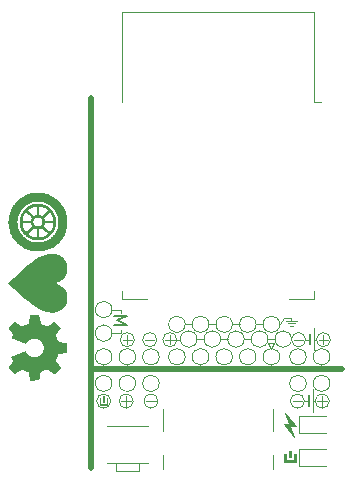
<source format=gbr>
%TF.GenerationSoftware,KiCad,Pcbnew,7.0.5*%
%TF.CreationDate,2023-07-30T18:51:37+03:00*%
%TF.ProjectId,models-heart,6d6f6465-6c73-42d6-9865-6172742e6b69,rev?*%
%TF.SameCoordinates,Original*%
%TF.FileFunction,Legend,Bot*%
%TF.FilePolarity,Positive*%
%FSLAX46Y46*%
G04 Gerber Fmt 4.6, Leading zero omitted, Abs format (unit mm)*
G04 Created by KiCad (PCBNEW 7.0.5) date 2023-07-30 18:51:37*
%MOMM*%
%LPD*%
G01*
G04 APERTURE LIST*
%ADD10C,0.100000*%
%ADD11C,0.000000*%
%ADD12C,0.500000*%
%ADD13C,0.150000*%
%ADD14C,0.120000*%
G04 APERTURE END LIST*
D10*
X71400000Y-53000000D02*
G75*
G03*
X71400000Y-53000000I-600000J0D01*
G01*
X88100000Y-53000000D02*
X87800000Y-53000000D01*
X71450000Y-45250000D02*
X72250000Y-45250000D01*
X77000000Y-47800000D02*
X77200000Y-47800000D01*
X87600000Y-53000000D02*
X86800000Y-53000000D01*
D11*
G36*
X65464305Y-46389302D02*
G01*
X65479373Y-46420444D01*
X65488651Y-46433870D01*
X65499349Y-46446188D01*
X65525778Y-46468461D01*
X65560205Y-46489191D01*
X65604175Y-46510305D01*
X65659232Y-46533732D01*
X65808789Y-46595231D01*
X65848954Y-46611395D01*
X65886569Y-46624369D01*
X65921803Y-46634305D01*
X65954821Y-46641350D01*
X65985791Y-46645657D01*
X66014878Y-46647373D01*
X66042249Y-46646650D01*
X66068072Y-46643637D01*
X66092511Y-46638484D01*
X66115734Y-46631341D01*
X66137907Y-46622357D01*
X66159197Y-46611683D01*
X66179770Y-46599469D01*
X66199793Y-46585864D01*
X66219433Y-46571018D01*
X66238855Y-46555081D01*
X66277714Y-46520535D01*
X66317703Y-46483423D01*
X66360153Y-46444946D01*
X66406397Y-46406301D01*
X66431358Y-46387291D01*
X66457767Y-46368689D01*
X66485791Y-46350644D01*
X66515595Y-46333307D01*
X66547347Y-46316828D01*
X66581213Y-46301356D01*
X66617360Y-46287041D01*
X66655954Y-46274034D01*
X67174626Y-46792094D01*
X67163506Y-46818680D01*
X67150989Y-46845316D01*
X67137215Y-46871973D01*
X67122327Y-46898620D01*
X67106466Y-46925226D01*
X67089775Y-46951761D01*
X67054467Y-47004498D01*
X66908374Y-47206541D01*
X66883589Y-47241672D01*
X66861154Y-47272432D01*
X66823658Y-47323752D01*
X66808760Y-47345770D01*
X66802308Y-47356187D01*
X66796536Y-47366330D01*
X66791452Y-47376292D01*
X66787067Y-47386162D01*
X66783392Y-47396033D01*
X66780435Y-47405994D01*
X66778208Y-47416138D01*
X66776721Y-47426555D01*
X66775983Y-47437336D01*
X66776005Y-47448572D01*
X66776797Y-47460355D01*
X66778369Y-47472775D01*
X66780731Y-47485924D01*
X66783893Y-47499892D01*
X66787866Y-47514772D01*
X66792659Y-47530652D01*
X66798283Y-47547626D01*
X66804748Y-47565783D01*
X66820241Y-47606014D01*
X66839218Y-47652073D01*
X66857420Y-47696439D01*
X66872344Y-47736480D01*
X66895462Y-47804738D01*
X66905204Y-47833533D01*
X66914770Y-47859155D01*
X66924933Y-47881893D01*
X66930481Y-47892271D01*
X66936469Y-47902036D01*
X66942994Y-47911225D01*
X66950153Y-47919872D01*
X66958042Y-47928016D01*
X66966759Y-47935690D01*
X66976400Y-47942932D01*
X66987062Y-47949777D01*
X66998843Y-47956262D01*
X67011839Y-47962423D01*
X67026146Y-47968295D01*
X67041862Y-47973915D01*
X67059084Y-47979318D01*
X67077909Y-47984541D01*
X67120752Y-47994591D01*
X67171168Y-48004353D01*
X67464650Y-48054432D01*
X67537312Y-48067761D01*
X67607339Y-48082062D01*
X67673558Y-48097658D01*
X67734792Y-48114873D01*
X67734792Y-48864332D01*
X67704871Y-48873161D01*
X67673558Y-48881540D01*
X67607339Y-48897089D01*
X67537312Y-48911261D01*
X67464650Y-48924341D01*
X67171168Y-48971398D01*
X67120752Y-48981198D01*
X67077909Y-48991358D01*
X67059084Y-48996659D01*
X67041862Y-49002155D01*
X67026146Y-49007880D01*
X67011839Y-49013868D01*
X66998843Y-49020155D01*
X66987062Y-49026775D01*
X66976400Y-49033763D01*
X66966759Y-49041154D01*
X66958042Y-49048982D01*
X66950153Y-49057283D01*
X66942994Y-49066091D01*
X66936469Y-49075441D01*
X66930481Y-49085368D01*
X66924933Y-49095907D01*
X66914770Y-49118957D01*
X66905204Y-49144871D01*
X66895462Y-49173927D01*
X66872344Y-49242576D01*
X66857420Y-49282727D01*
X66839218Y-49327132D01*
X66823791Y-49366151D01*
X66811150Y-49402395D01*
X66801184Y-49436062D01*
X66793780Y-49467352D01*
X66788828Y-49496464D01*
X66786216Y-49523598D01*
X66785833Y-49548951D01*
X66787567Y-49572725D01*
X66791307Y-49595117D01*
X66796941Y-49616327D01*
X66804358Y-49636555D01*
X66813447Y-49655999D01*
X66824095Y-49674858D01*
X66836193Y-49693333D01*
X66849627Y-49711622D01*
X66864287Y-49729923D01*
X66896839Y-49767364D01*
X66932957Y-49807248D01*
X66971750Y-49851169D01*
X67012325Y-49900721D01*
X67033003Y-49928107D01*
X67053792Y-49957498D01*
X67074581Y-49989093D01*
X67095258Y-50023093D01*
X67115713Y-50059695D01*
X67135834Y-50099099D01*
X67155509Y-50141505D01*
X67174626Y-50187111D01*
X66655954Y-50705171D01*
X66619736Y-50692800D01*
X66585549Y-50679098D01*
X66553258Y-50664211D01*
X66522727Y-50648285D01*
X66493819Y-50631466D01*
X66466398Y-50613901D01*
X66440328Y-50595734D01*
X66415474Y-50577113D01*
X66368865Y-50539091D01*
X66325483Y-50501002D01*
X66284238Y-50464017D01*
X66244042Y-50429304D01*
X66203805Y-50398031D01*
X66183331Y-50384049D01*
X66162439Y-50371366D01*
X66140992Y-50360128D01*
X66118854Y-50350479D01*
X66095889Y-50342568D01*
X66071962Y-50336539D01*
X66046935Y-50332539D01*
X66020673Y-50330713D01*
X65993039Y-50331209D01*
X65963898Y-50334171D01*
X65933113Y-50339747D01*
X65900549Y-50348081D01*
X65866069Y-50359321D01*
X65829536Y-50373612D01*
X65601321Y-50470317D01*
X65580547Y-50479868D01*
X65561595Y-50489783D01*
X65544365Y-50500120D01*
X65528754Y-50510939D01*
X65514659Y-50522299D01*
X65501980Y-50534260D01*
X65490614Y-50546881D01*
X65480459Y-50560222D01*
X65471414Y-50574342D01*
X65463375Y-50589300D01*
X65456242Y-50605157D01*
X65449913Y-50621971D01*
X65444285Y-50639802D01*
X65439257Y-50658709D01*
X65434726Y-50678752D01*
X65430591Y-50699990D01*
X65423101Y-50746290D01*
X65415970Y-50798084D01*
X65399525Y-50920057D01*
X65388580Y-50991188D01*
X65374733Y-51069715D01*
X65366466Y-51111900D01*
X65357167Y-51156114D01*
X65346736Y-51202414D01*
X65335069Y-51250860D01*
X64574350Y-51264675D01*
X64439495Y-50535938D01*
X64383323Y-50519441D01*
X64331957Y-50503039D01*
X64242440Y-50470904D01*
X64168545Y-50440297D01*
X64107869Y-50411981D01*
X64016575Y-50365282D01*
X63981154Y-50348425D01*
X63949350Y-50336917D01*
X63934054Y-50333406D01*
X63918761Y-50331519D01*
X63903173Y-50331351D01*
X63886988Y-50332997D01*
X63869906Y-50336553D01*
X63851628Y-50342115D01*
X63831853Y-50349777D01*
X63810281Y-50359636D01*
X63760546Y-50386324D01*
X63700023Y-50422943D01*
X63537006Y-50529030D01*
X63499584Y-50554731D01*
X63464554Y-50579865D01*
X63431063Y-50604189D01*
X63398261Y-50627462D01*
X63381852Y-50638627D01*
X63365297Y-50649439D01*
X63348488Y-50659866D01*
X63331320Y-50669878D01*
X63313685Y-50679445D01*
X63295479Y-50688536D01*
X63276593Y-50697121D01*
X63256922Y-50705171D01*
X62734792Y-50187111D01*
X62745344Y-50158893D01*
X62757451Y-50131197D01*
X62770965Y-50103976D01*
X62785741Y-50077185D01*
X62801632Y-50050779D01*
X62818489Y-50024711D01*
X62836168Y-49998937D01*
X62854519Y-49973411D01*
X62892657Y-49922921D01*
X62931726Y-49872875D01*
X62970552Y-49822911D01*
X63007960Y-49772663D01*
X63040893Y-49724854D01*
X63054467Y-49703754D01*
X63066223Y-49684350D01*
X63076244Y-49666515D01*
X63084614Y-49650120D01*
X63091414Y-49635035D01*
X63096729Y-49621131D01*
X63100640Y-49608279D01*
X63103231Y-49596351D01*
X63104586Y-49585217D01*
X63104786Y-49574748D01*
X63103914Y-49564816D01*
X63102055Y-49555291D01*
X63099289Y-49546044D01*
X63095702Y-49536946D01*
X63086391Y-49518683D01*
X63074786Y-49499468D01*
X63061550Y-49478270D01*
X63047346Y-49454057D01*
X63032839Y-49425796D01*
X63025679Y-49409825D01*
X63018691Y-49392456D01*
X63011959Y-49373559D01*
X63005566Y-49353005D01*
X62999595Y-49330665D01*
X62994128Y-49306410D01*
X64200906Y-48791804D01*
X64221906Y-48815858D01*
X64246209Y-48846955D01*
X64305937Y-48924772D01*
X64341970Y-48968740D01*
X64382522Y-49014246D01*
X64427896Y-49059913D01*
X64452486Y-49082377D01*
X64478395Y-49104366D01*
X64505662Y-49125708D01*
X64534325Y-49146229D01*
X64564421Y-49165759D01*
X64595988Y-49184126D01*
X64629065Y-49201157D01*
X64663689Y-49216680D01*
X64699899Y-49230524D01*
X64737732Y-49242516D01*
X64777226Y-49252484D01*
X64818420Y-49260256D01*
X64861351Y-49265661D01*
X64906057Y-49268527D01*
X64952577Y-49268680D01*
X65000948Y-49265950D01*
X65051208Y-49260164D01*
X65103395Y-49251150D01*
X65178462Y-49232450D01*
X65248708Y-49208320D01*
X65314138Y-49179116D01*
X65374753Y-49145197D01*
X65430556Y-49106920D01*
X65481550Y-49064641D01*
X65527737Y-49018718D01*
X65569120Y-48969509D01*
X65605701Y-48917371D01*
X65637483Y-48862660D01*
X65664468Y-48805735D01*
X65686658Y-48746952D01*
X65704058Y-48686670D01*
X65716668Y-48625245D01*
X65724491Y-48563034D01*
X65727531Y-48500395D01*
X65725789Y-48437686D01*
X65719268Y-48375262D01*
X65707970Y-48313483D01*
X65691899Y-48252705D01*
X65671056Y-48193285D01*
X65645445Y-48135581D01*
X65615067Y-48079949D01*
X65579925Y-48026748D01*
X65540022Y-47976335D01*
X65495361Y-47929067D01*
X65445943Y-47885300D01*
X65391772Y-47845394D01*
X65332849Y-47809704D01*
X65269178Y-47778588D01*
X65200761Y-47752404D01*
X65127600Y-47731508D01*
X65075127Y-47720563D01*
X65024653Y-47712873D01*
X64976131Y-47708272D01*
X64929512Y-47706597D01*
X64884749Y-47707681D01*
X64841796Y-47711360D01*
X64800604Y-47717469D01*
X64761126Y-47725842D01*
X64723314Y-47736315D01*
X64687121Y-47748722D01*
X64652500Y-47762899D01*
X64619403Y-47778680D01*
X64587782Y-47795901D01*
X64557590Y-47814395D01*
X64501303Y-47854548D01*
X64450163Y-47897816D01*
X64403789Y-47942881D01*
X64361801Y-47988421D01*
X64323820Y-48033116D01*
X64258358Y-48114690D01*
X64230117Y-48148928D01*
X64204364Y-48177040D01*
X62987213Y-47686610D01*
X62992984Y-47662002D01*
X62999225Y-47639258D01*
X63005857Y-47618256D01*
X63012802Y-47598877D01*
X63019983Y-47581001D01*
X63027321Y-47564507D01*
X63042160Y-47535185D01*
X63056694Y-47509952D01*
X63070302Y-47487845D01*
X63082360Y-47467903D01*
X63092244Y-47449166D01*
X63096177Y-47439948D01*
X63099333Y-47430671D01*
X63101634Y-47421215D01*
X63103003Y-47411458D01*
X63103361Y-47401282D01*
X63102630Y-47390565D01*
X63100734Y-47379189D01*
X63097593Y-47367032D01*
X63093130Y-47353974D01*
X63087268Y-47339896D01*
X63079927Y-47324677D01*
X63071031Y-47308197D01*
X63060502Y-47290336D01*
X63048261Y-47270973D01*
X63034231Y-47249989D01*
X63018333Y-47227264D01*
X62862732Y-47017450D01*
X62843236Y-46989493D01*
X62824439Y-46961353D01*
X62806554Y-46933093D01*
X62789794Y-46904772D01*
X62774370Y-46876450D01*
X62760497Y-46848190D01*
X62748386Y-46820051D01*
X62738251Y-46792094D01*
X63253465Y-46267126D01*
X63287748Y-46282618D01*
X63321878Y-46300396D01*
X63355867Y-46320157D01*
X63389724Y-46341598D01*
X63423460Y-46364414D01*
X63457084Y-46388304D01*
X63524039Y-46438086D01*
X63590669Y-46488516D01*
X63657056Y-46537165D01*
X63690184Y-46560063D01*
X63723282Y-46581605D01*
X63756359Y-46601487D01*
X63789426Y-46619407D01*
X63803303Y-46625714D01*
X63818304Y-46630444D01*
X63834359Y-46633677D01*
X63851396Y-46635495D01*
X63869346Y-46635981D01*
X63888136Y-46635214D01*
X63907696Y-46633278D01*
X63927955Y-46630254D01*
X63970286Y-46621266D01*
X64014562Y-46608904D01*
X64060216Y-46593820D01*
X64106680Y-46576667D01*
X64199771Y-46538764D01*
X64289296Y-46500415D01*
X64370717Y-46466842D01*
X64406970Y-46453479D01*
X64439495Y-46443267D01*
X64570892Y-45724891D01*
X65335069Y-45714529D01*
X65464305Y-46389302D01*
G37*
G36*
X66550643Y-40514837D02*
G01*
X66613936Y-40519663D01*
X66676321Y-40527611D01*
X66737719Y-40538601D01*
X66798051Y-40552557D01*
X66857237Y-40569398D01*
X66915199Y-40589048D01*
X66971858Y-40611427D01*
X67027133Y-40636456D01*
X67080947Y-40664059D01*
X67133219Y-40694156D01*
X67183872Y-40726668D01*
X67232825Y-40761518D01*
X67279999Y-40798626D01*
X67325316Y-40837915D01*
X67368696Y-40879307D01*
X67410060Y-40922722D01*
X67449329Y-40968082D01*
X67486424Y-41015309D01*
X67521265Y-41064324D01*
X67553774Y-41115050D01*
X67583871Y-41167407D01*
X67611478Y-41221317D01*
X67636514Y-41276702D01*
X67658902Y-41333483D01*
X67678561Y-41391582D01*
X67695413Y-41450921D01*
X67709378Y-41511420D01*
X67720378Y-41573003D01*
X67728333Y-41635590D01*
X67733164Y-41699102D01*
X67734792Y-41763462D01*
X67733880Y-41820852D01*
X67731144Y-41876497D01*
X67726584Y-41930452D01*
X67720198Y-41982774D01*
X67711986Y-42033516D01*
X67701947Y-42082736D01*
X67690081Y-42130489D01*
X67676387Y-42176830D01*
X67660865Y-42221815D01*
X67643514Y-42265500D01*
X67624332Y-42307941D01*
X67603321Y-42349193D01*
X67580478Y-42389311D01*
X67555804Y-42428352D01*
X67529297Y-42466371D01*
X67500957Y-42503423D01*
X67470784Y-42539565D01*
X67438777Y-42574852D01*
X67369256Y-42643084D01*
X67292392Y-42708563D01*
X67208178Y-42771735D01*
X67116609Y-42833046D01*
X67017681Y-42892940D01*
X66911387Y-42951862D01*
X66797724Y-43010259D01*
X66911387Y-43069225D01*
X67017681Y-43128576D01*
X67116609Y-43188776D01*
X67208178Y-43250293D01*
X67292392Y-43313590D01*
X67369256Y-43379133D01*
X67438777Y-43447388D01*
X67470784Y-43482678D01*
X67500957Y-43518820D01*
X67529297Y-43555873D01*
X67555804Y-43593895D01*
X67580478Y-43632944D01*
X67603321Y-43673078D01*
X67624332Y-43714355D01*
X67643514Y-43756834D01*
X67660865Y-43800573D01*
X67676387Y-43845629D01*
X67690081Y-43892062D01*
X67701947Y-43939929D01*
X67711986Y-43989289D01*
X67720198Y-44040199D01*
X67726584Y-44092717D01*
X67731144Y-44146903D01*
X67733880Y-44202814D01*
X67734792Y-44260509D01*
X67733164Y-44324555D01*
X67728333Y-44387773D01*
X67720378Y-44450085D01*
X67709378Y-44511410D01*
X67695413Y-44571671D01*
X67678561Y-44630787D01*
X67658902Y-44688681D01*
X67636514Y-44745272D01*
X67611478Y-44800483D01*
X67583871Y-44854233D01*
X67553774Y-44906443D01*
X67521265Y-44957036D01*
X67486424Y-45005931D01*
X67449329Y-45053050D01*
X67410060Y-45098313D01*
X67368696Y-45141642D01*
X67325316Y-45182957D01*
X67279999Y-45222180D01*
X67232825Y-45259231D01*
X67183872Y-45294031D01*
X67133219Y-45326501D01*
X67080947Y-45356563D01*
X67027133Y-45384137D01*
X66971858Y-45409144D01*
X66915199Y-45431505D01*
X66857237Y-45451141D01*
X66798051Y-45467973D01*
X66737719Y-45481922D01*
X66676321Y-45492909D01*
X66613936Y-45500854D01*
X66550643Y-45505679D01*
X66486521Y-45507305D01*
X66369181Y-45503691D01*
X66251861Y-45492998D01*
X66134558Y-45475455D01*
X66017271Y-45451290D01*
X65900000Y-45420730D01*
X65782743Y-45384003D01*
X65665498Y-45341337D01*
X65548265Y-45292958D01*
X65313827Y-45179977D01*
X65079420Y-45046880D01*
X64845033Y-44895489D01*
X64610657Y-44727626D01*
X64376280Y-44545111D01*
X64141893Y-44349766D01*
X63907486Y-44143413D01*
X63673049Y-43927871D01*
X63204042Y-43476512D01*
X62734792Y-43010259D01*
X63204042Y-42544997D01*
X63673049Y-42094103D01*
X63907486Y-41878635D01*
X64141893Y-41672268D01*
X64376280Y-41476840D01*
X64610657Y-41294186D01*
X64845033Y-41126143D01*
X65079420Y-40974547D01*
X65313827Y-40841235D01*
X65548265Y-40728044D01*
X65665498Y-40679567D01*
X65782743Y-40636809D01*
X65900000Y-40600000D01*
X66017271Y-40569368D01*
X66134558Y-40545144D01*
X66251861Y-40527556D01*
X66369181Y-40516836D01*
X66486521Y-40513211D01*
X66550643Y-40514837D01*
G37*
D10*
X73200000Y-47800000D02*
X72400000Y-47800000D01*
X87050000Y-55100000D02*
X86600000Y-55100000D01*
X86950000Y-56000000D01*
X86050000Y-54900000D01*
X86500000Y-54900000D01*
X86150000Y-54000000D01*
X87050000Y-55100000D01*
G36*
X87050000Y-55100000D02*
G01*
X86600000Y-55100000D01*
X86950000Y-56000000D01*
X86050000Y-54900000D01*
X86500000Y-54900000D01*
X86150000Y-54000000D01*
X87050000Y-55100000D01*
G37*
X73400000Y-47800000D02*
G75*
G03*
X73400000Y-47800000I-600000J0D01*
G01*
X72250000Y-45500000D02*
X72250000Y-45250000D01*
X80300000Y-46500000D02*
X79700000Y-46500000D01*
X82300000Y-46500000D02*
X81700000Y-46500000D01*
X88600000Y-46800000D02*
X88600000Y-48700000D01*
X90000000Y-47800000D02*
G75*
G03*
X90000000Y-47800000I-600000J0D01*
G01*
D12*
X69700000Y-58700000D02*
X69700000Y-27300000D01*
D10*
X88200000Y-53400000D02*
X88200000Y-52500000D01*
X72700000Y-53400000D02*
X72700000Y-52600000D01*
X87800000Y-53000000D02*
G75*
G03*
X87800000Y-53000000I-600000J0D01*
G01*
X89000000Y-47800000D02*
X89800000Y-47800000D01*
X86650000Y-57750000D02*
X86450000Y-57750000D01*
X86450000Y-57250000D01*
X86650000Y-57250000D01*
X86650000Y-57750000D01*
G36*
X86650000Y-57750000D02*
G01*
X86450000Y-57750000D01*
X86450000Y-57250000D01*
X86650000Y-57250000D01*
X86650000Y-57750000D01*
G37*
X75400000Y-53000000D02*
G75*
G03*
X75400000Y-53000000I-600000J0D01*
G01*
X86600000Y-46600000D02*
X86800000Y-46600000D01*
X86200000Y-58000000D02*
X86900000Y-58000000D01*
X86900000Y-57450000D01*
X87050000Y-57450000D01*
X87050000Y-58150000D01*
X86050000Y-58150000D01*
X86050000Y-57450000D01*
X86200000Y-57450000D01*
X86200000Y-58000000D01*
G36*
X86200000Y-58000000D02*
G01*
X86900000Y-58000000D01*
X86900000Y-57450000D01*
X87050000Y-57450000D01*
X87050000Y-58150000D01*
X86050000Y-58150000D01*
X86050000Y-57450000D01*
X86200000Y-57450000D01*
X86200000Y-58000000D01*
G37*
X77000000Y-47800000D02*
G75*
G03*
X77000000Y-47800000I-600000J0D01*
G01*
D12*
X69700000Y-50300000D02*
X91000000Y-50300000D01*
D10*
X89900000Y-53000000D02*
G75*
G03*
X89900000Y-53000000I-600000J0D01*
G01*
X86900000Y-47800000D02*
X87700000Y-47800000D01*
X70500000Y-53250000D02*
X71050000Y-53250000D01*
X71050000Y-52750000D01*
X71100000Y-52750000D01*
X71100000Y-53300000D01*
X70450000Y-53300000D01*
X70450000Y-52750000D01*
X70500000Y-52750000D01*
X70500000Y-53250000D01*
G36*
X70500000Y-53250000D02*
G01*
X71050000Y-53250000D01*
X71050000Y-52750000D01*
X71100000Y-52750000D01*
X71100000Y-53300000D01*
X70450000Y-53300000D01*
X70450000Y-52750000D01*
X70500000Y-52750000D01*
X70500000Y-53250000D01*
G37*
X70800000Y-53050000D02*
X70750000Y-53050000D01*
X70750000Y-52600000D01*
X70800000Y-52600000D01*
X70800000Y-53050000D01*
G36*
X70800000Y-53050000D02*
G01*
X70750000Y-53050000D01*
X70750000Y-52600000D01*
X70800000Y-52600000D01*
X70800000Y-53050000D01*
G37*
X84300000Y-46500000D02*
X83700000Y-46500000D01*
X84750000Y-48050000D02*
X85250000Y-48050000D01*
X88200000Y-47800000D02*
X87900000Y-47800000D01*
X89300000Y-53400000D02*
X89300000Y-52600000D01*
X85000000Y-48550000D02*
X85250000Y-48050000D01*
X88200000Y-48200000D02*
X88200000Y-47300000D01*
X88500000Y-52000000D02*
X88500000Y-53900000D01*
X75300000Y-47800000D02*
G75*
G03*
X75300000Y-47800000I-600000J0D01*
G01*
X72800000Y-48200000D02*
X72800000Y-47400000D01*
X88500000Y-53000000D02*
X88700000Y-53000000D01*
X88600000Y-47800000D02*
X88800000Y-47800000D01*
X89400000Y-47400000D02*
X89400000Y-48200000D01*
X86400000Y-46400000D02*
X87000000Y-46400000D01*
X73100000Y-53000000D02*
X72300000Y-53000000D01*
X72250000Y-47250000D02*
X72250000Y-47000000D01*
X86200000Y-46200000D02*
X87200000Y-46200000D01*
X82700000Y-47750000D02*
X83300000Y-47750000D01*
D11*
G36*
X65397225Y-36293617D02*
G01*
X65459960Y-36301248D01*
X65522439Y-36311424D01*
X65584574Y-36324160D01*
X65646276Y-36339470D01*
X65707456Y-36357368D01*
X65768025Y-36377868D01*
X65827896Y-36400983D01*
X65886979Y-36426728D01*
X65945185Y-36455116D01*
X66002427Y-36486161D01*
X66047602Y-36512847D01*
X66092168Y-36540989D01*
X66135843Y-36570427D01*
X66178343Y-36600997D01*
X66219385Y-36632540D01*
X66258684Y-36664891D01*
X66295956Y-36697891D01*
X66313744Y-36714582D01*
X66330919Y-36731376D01*
X66389569Y-36792360D01*
X66444825Y-36857255D01*
X66496535Y-36925762D01*
X66544547Y-36997583D01*
X66588711Y-37072419D01*
X66628872Y-37149972D01*
X66664880Y-37229943D01*
X66696583Y-37312034D01*
X66723829Y-37395947D01*
X66746465Y-37481382D01*
X66764340Y-37568041D01*
X66777302Y-37655627D01*
X66785198Y-37743839D01*
X66787878Y-37832381D01*
X66785188Y-37920953D01*
X66776977Y-38009256D01*
X66769409Y-38065119D01*
X66759709Y-38121199D01*
X66747931Y-38177309D01*
X66734133Y-38233263D01*
X66718369Y-38288873D01*
X66700696Y-38343951D01*
X66681169Y-38398311D01*
X66659844Y-38451765D01*
X66636776Y-38504127D01*
X66612022Y-38555209D01*
X66585637Y-38604823D01*
X66557676Y-38652783D01*
X66545304Y-38672139D01*
X66528196Y-38698902D01*
X66497252Y-38742992D01*
X66464900Y-38784866D01*
X66431196Y-38824337D01*
X66403297Y-38855461D01*
X66378518Y-38882295D01*
X66355766Y-38906053D01*
X66333945Y-38927949D01*
X66311962Y-38949197D01*
X66288723Y-38971012D01*
X66251390Y-39005314D01*
X66234101Y-39021199D01*
X66229250Y-39025849D01*
X66223822Y-39030710D01*
X66217887Y-39035755D01*
X66211517Y-39040950D01*
X66197753Y-39051676D01*
X66183098Y-39062644D01*
X66153382Y-39084338D01*
X66139457Y-39094578D01*
X66126908Y-39104089D01*
X66112780Y-39114146D01*
X66098814Y-39123678D01*
X66084847Y-39132805D01*
X66070719Y-39141648D01*
X66056266Y-39150330D01*
X66041327Y-39158971D01*
X66025740Y-39167693D01*
X66009343Y-39176617D01*
X65953987Y-39206603D01*
X65898125Y-39234373D01*
X65841737Y-39259897D01*
X65784801Y-39283143D01*
X65727298Y-39304083D01*
X65669207Y-39322686D01*
X65610509Y-39338921D01*
X65551182Y-39352758D01*
X65491207Y-39364166D01*
X65430564Y-39373116D01*
X65369232Y-39379576D01*
X65355816Y-39380428D01*
X65307190Y-39383517D01*
X65253358Y-39384710D01*
X65244420Y-39384908D01*
X65180899Y-39383719D01*
X65117227Y-39379957D01*
X65116609Y-39379920D01*
X65051528Y-39373480D01*
X64977344Y-39362909D01*
X64903990Y-39348737D01*
X64831589Y-39331043D01*
X64760261Y-39309910D01*
X64690129Y-39285416D01*
X64621314Y-39257645D01*
X64553937Y-39226676D01*
X64488121Y-39192591D01*
X64423986Y-39155470D01*
X64361654Y-39115394D01*
X64301247Y-39072445D01*
X64242886Y-39026704D01*
X64218195Y-39005413D01*
X64186693Y-38978250D01*
X64132790Y-38927166D01*
X64081297Y-38873532D01*
X64056449Y-38845059D01*
X64398001Y-38845059D01*
X64410842Y-38856527D01*
X64425846Y-38868810D01*
X64442744Y-38881751D01*
X64461269Y-38895192D01*
X64502121Y-38922950D01*
X64546255Y-38950830D01*
X64591524Y-38977576D01*
X64635780Y-39001934D01*
X64676875Y-39022650D01*
X64695567Y-39031250D01*
X64712662Y-39038468D01*
X64761247Y-39058071D01*
X64808941Y-39075488D01*
X64856472Y-39090800D01*
X64904571Y-39104089D01*
X64929061Y-39110000D01*
X64953966Y-39115435D01*
X64979378Y-39120405D01*
X65005388Y-39124919D01*
X65059565Y-39132622D01*
X65117227Y-39138626D01*
X65355816Y-39138626D01*
X65378747Y-39138487D01*
X65403273Y-39136866D01*
X65429126Y-39133898D01*
X65456038Y-39129722D01*
X65483741Y-39124473D01*
X65511965Y-39118288D01*
X65540442Y-39111304D01*
X65568904Y-39103657D01*
X65624708Y-39086921D01*
X65677230Y-39069174D01*
X65724323Y-39051507D01*
X65763838Y-39035014D01*
X65787391Y-39025027D01*
X65810113Y-39014535D01*
X65832066Y-39003597D01*
X65853309Y-38992274D01*
X65873904Y-38980628D01*
X65893911Y-38968719D01*
X65913392Y-38956607D01*
X65932406Y-38944354D01*
X65969281Y-38919665D01*
X66005020Y-38895138D01*
X66040112Y-38871259D01*
X66075041Y-38848513D01*
X66072977Y-38843990D01*
X66070681Y-38839488D01*
X66065444Y-38830549D01*
X66059428Y-38821701D01*
X66052727Y-38812950D01*
X66045440Y-38804300D01*
X66037660Y-38795756D01*
X66029486Y-38787323D01*
X66021013Y-38779006D01*
X66003555Y-38762743D01*
X65986056Y-38747005D01*
X65969287Y-38731835D01*
X65961417Y-38724474D01*
X65954018Y-38717271D01*
X65590947Y-38351175D01*
X65579797Y-38355220D01*
X65569498Y-38359573D01*
X65559766Y-38364220D01*
X65550318Y-38369145D01*
X65509689Y-38391325D01*
X65497404Y-38397414D01*
X65483701Y-38403690D01*
X65468296Y-38410138D01*
X65450906Y-38416742D01*
X65431246Y-38423489D01*
X65409034Y-38430362D01*
X65383985Y-38437346D01*
X65355816Y-38444426D01*
X65355816Y-39138626D01*
X65117227Y-39138626D01*
X65117227Y-38440972D01*
X65097265Y-38438029D01*
X65078772Y-38434422D01*
X65061596Y-38430219D01*
X65045585Y-38425484D01*
X65030587Y-38420284D01*
X65016450Y-38414685D01*
X65003023Y-38408751D01*
X64990152Y-38402550D01*
X64977687Y-38396146D01*
X64965475Y-38389605D01*
X64941202Y-38376377D01*
X64928838Y-38369821D01*
X64916120Y-38363392D01*
X64902895Y-38357154D01*
X64889011Y-38351175D01*
X64398001Y-38845059D01*
X64056449Y-38845059D01*
X64032337Y-38817429D01*
X63986032Y-38758938D01*
X63942502Y-38698141D01*
X63901869Y-38635117D01*
X63864255Y-38569948D01*
X63829782Y-38502715D01*
X63798570Y-38433498D01*
X63770742Y-38362380D01*
X63746419Y-38289440D01*
X63725723Y-38214760D01*
X63708775Y-38138420D01*
X63695697Y-38060502D01*
X63686610Y-37981087D01*
X63684943Y-37953997D01*
X63927738Y-37953997D01*
X63928410Y-37978456D01*
X63930352Y-38003806D01*
X63933460Y-38029884D01*
X63937626Y-38056529D01*
X63942744Y-38083579D01*
X63948708Y-38110871D01*
X63955412Y-38138245D01*
X63962749Y-38165537D01*
X63978897Y-38219232D01*
X63996301Y-38270660D01*
X64014110Y-38318527D01*
X64031473Y-38361537D01*
X64041472Y-38385062D01*
X64051977Y-38407757D01*
X64062928Y-38429684D01*
X64074263Y-38450902D01*
X64085923Y-38471472D01*
X64097847Y-38491456D01*
X64109973Y-38510914D01*
X64122241Y-38529906D01*
X64146959Y-38566737D01*
X64171514Y-38602434D01*
X64195422Y-38637484D01*
X64218195Y-38672373D01*
X64232220Y-38663639D01*
X64254056Y-38646051D01*
X64282517Y-38620875D01*
X64316418Y-38589375D01*
X64395800Y-38512462D01*
X64482718Y-38425431D01*
X64567691Y-38338399D01*
X64641237Y-38261486D01*
X64693874Y-38204810D01*
X64709389Y-38187222D01*
X64716120Y-38178489D01*
X64708652Y-38161663D01*
X64701762Y-38147169D01*
X64695378Y-38134588D01*
X64689430Y-38123499D01*
X64678557Y-38104119D01*
X64668575Y-38085670D01*
X64663741Y-38075744D01*
X64658918Y-38064792D01*
X64654033Y-38052393D01*
X64649017Y-38038127D01*
X64643798Y-38021574D01*
X64638306Y-38002315D01*
X64632469Y-37979929D01*
X64626217Y-37953997D01*
X63927738Y-37953997D01*
X63684943Y-37953997D01*
X63681636Y-37900254D01*
X63681006Y-37830250D01*
X64852336Y-37830250D01*
X64852684Y-37850519D01*
X64854077Y-37870435D01*
X64856485Y-37889978D01*
X64859874Y-37909131D01*
X64864212Y-37927878D01*
X64869467Y-37946199D01*
X64875606Y-37964078D01*
X64882597Y-37981496D01*
X64890409Y-37998436D01*
X64899008Y-38014881D01*
X64908362Y-38030812D01*
X64918440Y-38046211D01*
X64929208Y-38061062D01*
X64940635Y-38075346D01*
X64952687Y-38089046D01*
X64965334Y-38102144D01*
X64978543Y-38114622D01*
X64992280Y-38126463D01*
X65006515Y-38137648D01*
X65021214Y-38148161D01*
X65036346Y-38157983D01*
X65051878Y-38167096D01*
X65067778Y-38175484D01*
X65084013Y-38183128D01*
X65100552Y-38190011D01*
X65117362Y-38196114D01*
X65134410Y-38201421D01*
X65151665Y-38205913D01*
X65169094Y-38209573D01*
X65190658Y-38213170D01*
X65211902Y-38215568D01*
X65232808Y-38216799D01*
X65253358Y-38216898D01*
X65273536Y-38215900D01*
X65293324Y-38213837D01*
X65312707Y-38210746D01*
X65331665Y-38206658D01*
X65350183Y-38201610D01*
X65368243Y-38195634D01*
X65385828Y-38188766D01*
X65400922Y-38181943D01*
X65753464Y-38181943D01*
X66251390Y-38668918D01*
X66277445Y-38638275D01*
X66303581Y-38603635D01*
X66329555Y-38565453D01*
X66355124Y-38524186D01*
X66380045Y-38480287D01*
X66404074Y-38434213D01*
X66426968Y-38386419D01*
X66448485Y-38337360D01*
X66468381Y-38287492D01*
X66486413Y-38237270D01*
X66502338Y-38187149D01*
X66515912Y-38137584D01*
X66526894Y-38089031D01*
X66535038Y-38041945D01*
X66540104Y-37996782D01*
X66541846Y-37953997D01*
X65850283Y-37953997D01*
X65840166Y-37990139D01*
X65835225Y-38006405D01*
X65830293Y-38021668D01*
X65825320Y-38036082D01*
X65820257Y-38049797D01*
X65815052Y-38062966D01*
X65809654Y-38075741D01*
X65804013Y-38088272D01*
X65798078Y-38100713D01*
X65791799Y-38113214D01*
X65785125Y-38125928D01*
X65770389Y-38152600D01*
X65753464Y-38181943D01*
X65400922Y-38181943D01*
X65402922Y-38181039D01*
X65419506Y-38172487D01*
X65435564Y-38163144D01*
X65451079Y-38153045D01*
X65466034Y-38142225D01*
X65480411Y-38130716D01*
X65494193Y-38118553D01*
X65507364Y-38105770D01*
X65519907Y-38092402D01*
X65531803Y-38078482D01*
X65543037Y-38064045D01*
X65553590Y-38049125D01*
X65563447Y-38033756D01*
X65572589Y-38017972D01*
X65581000Y-38001807D01*
X65588663Y-37985296D01*
X65595560Y-37968472D01*
X65601674Y-37951370D01*
X65606989Y-37934024D01*
X65611488Y-37916469D01*
X65615152Y-37898737D01*
X65618440Y-37877511D01*
X65620546Y-37856587D01*
X65621505Y-37835982D01*
X65621352Y-37815712D01*
X65620119Y-37795797D01*
X65617841Y-37776254D01*
X65614554Y-37757101D01*
X65610289Y-37738354D01*
X65605083Y-37720033D01*
X65598969Y-37702154D01*
X65594405Y-37690778D01*
X65591981Y-37684736D01*
X65584153Y-37667795D01*
X65575520Y-37651351D01*
X65566116Y-37635420D01*
X65555975Y-37620020D01*
X65545131Y-37605170D01*
X65533619Y-37590885D01*
X65521472Y-37577186D01*
X65508725Y-37564088D01*
X65495412Y-37551610D01*
X65481567Y-37539769D01*
X65467224Y-37528584D01*
X65452418Y-37518071D01*
X65437183Y-37508249D01*
X65421552Y-37499136D01*
X65405561Y-37490748D01*
X65399144Y-37487742D01*
X65756922Y-37487742D01*
X65784099Y-37540358D01*
X65796613Y-37565026D01*
X65808357Y-37590059D01*
X65813928Y-37603054D01*
X65819291Y-37616549D01*
X65824442Y-37630682D01*
X65829374Y-37645589D01*
X65834084Y-37661406D01*
X65838566Y-37678271D01*
X65842815Y-37696320D01*
X65846825Y-37715689D01*
X66545304Y-37715689D01*
X66541660Y-37664251D01*
X66534795Y-37612434D01*
X66524972Y-37560506D01*
X66512455Y-37508735D01*
X66497506Y-37457388D01*
X66480389Y-37406735D01*
X66461368Y-37357043D01*
X66440705Y-37308580D01*
X66418665Y-37261615D01*
X66395510Y-37216416D01*
X66371505Y-37173250D01*
X66346912Y-37132386D01*
X66321995Y-37094092D01*
X66297017Y-37058637D01*
X66272241Y-37026288D01*
X66247932Y-36997313D01*
X65756922Y-37487742D01*
X65399144Y-37487742D01*
X65389243Y-37483104D01*
X65372632Y-37476221D01*
X65355763Y-37470118D01*
X65338670Y-37464811D01*
X65321387Y-37460319D01*
X65303949Y-37456659D01*
X65282688Y-37453679D01*
X65261710Y-37451840D01*
X65241034Y-37451111D01*
X65220677Y-37451458D01*
X65200661Y-37452850D01*
X65181002Y-37455255D01*
X65161721Y-37458640D01*
X65142836Y-37462973D01*
X65124367Y-37468221D01*
X65106332Y-37474353D01*
X65088750Y-37481337D01*
X65071640Y-37489139D01*
X65055022Y-37497728D01*
X65038914Y-37507071D01*
X65023336Y-37517137D01*
X65008306Y-37527892D01*
X64993843Y-37539305D01*
X64979966Y-37551344D01*
X64966695Y-37563976D01*
X64954048Y-37577169D01*
X64942044Y-37590890D01*
X64930702Y-37605108D01*
X64920042Y-37619790D01*
X64910082Y-37634904D01*
X64900841Y-37650418D01*
X64892339Y-37666299D01*
X64889011Y-37673266D01*
X64884593Y-37682515D01*
X64877624Y-37699034D01*
X64871451Y-37715824D01*
X64866091Y-37732852D01*
X64861565Y-37750087D01*
X64857891Y-37767495D01*
X64854907Y-37788720D01*
X64853066Y-37809645D01*
X64852336Y-37830250D01*
X63681006Y-37830250D01*
X63680897Y-37818087D01*
X63684513Y-37734664D01*
X63686328Y-37715689D01*
X63927738Y-37715689D01*
X64626217Y-37715689D01*
X64630266Y-37695826D01*
X64634618Y-37677563D01*
X64639255Y-37660716D01*
X64644154Y-37645103D01*
X64649297Y-37630543D01*
X64654663Y-37616852D01*
X64660231Y-37603850D01*
X64665982Y-37591354D01*
X64677949Y-37567151D01*
X64690403Y-37542786D01*
X64703180Y-37516802D01*
X64709640Y-37502748D01*
X64716120Y-37487742D01*
X64708881Y-37477019D01*
X64699054Y-37464450D01*
X64686968Y-37450292D01*
X64672952Y-37434803D01*
X64640447Y-37400866D01*
X64604173Y-37364703D01*
X64474073Y-37239074D01*
X64346566Y-37107832D01*
X64307902Y-37069558D01*
X64289530Y-37051994D01*
X64272277Y-37036060D01*
X64256504Y-37022189D01*
X64242568Y-37010818D01*
X64230832Y-37002381D01*
X64225900Y-36999399D01*
X64221653Y-36997313D01*
X64170974Y-37066334D01*
X64145189Y-37102524D01*
X64119647Y-37140211D01*
X64094754Y-37179679D01*
X64082677Y-37200170D01*
X64070914Y-37221212D01*
X64059515Y-37242841D01*
X64048532Y-37265092D01*
X64038015Y-37288000D01*
X64028015Y-37311602D01*
X64009949Y-37356872D01*
X63992410Y-37404368D01*
X63975925Y-37453725D01*
X63961020Y-37504580D01*
X63954325Y-37530455D01*
X63948222Y-37556568D01*
X63942778Y-37582873D01*
X63938058Y-37609325D01*
X63934128Y-37635878D01*
X63931054Y-37662486D01*
X63928903Y-37689105D01*
X63927738Y-37715689D01*
X63686328Y-37715689D01*
X63692607Y-37650068D01*
X63701794Y-37584393D01*
X63713746Y-37519528D01*
X63728393Y-37455553D01*
X63745663Y-37392549D01*
X63765486Y-37330598D01*
X63787792Y-37269780D01*
X63812508Y-37210176D01*
X63839564Y-37151868D01*
X63868890Y-37094935D01*
X63900414Y-37039460D01*
X63934065Y-36985522D01*
X63969773Y-36933203D01*
X64007466Y-36882585D01*
X64047074Y-36833747D01*
X64055121Y-36824627D01*
X64394543Y-36824627D01*
X64889011Y-37315056D01*
X64895496Y-37312310D01*
X64901991Y-37309282D01*
X64908507Y-37306010D01*
X64915053Y-37302536D01*
X64928276Y-37295143D01*
X64941743Y-37287426D01*
X64955533Y-37279709D01*
X64962576Y-37275952D01*
X64969729Y-37272316D01*
X64977004Y-37268842D01*
X64984411Y-37265570D01*
X64991960Y-37262541D01*
X64999661Y-37259796D01*
X65012938Y-37254629D01*
X65026783Y-37249543D01*
X65041114Y-37244618D01*
X65055850Y-37239937D01*
X65070911Y-37235579D01*
X65086214Y-37231627D01*
X65101680Y-37228159D01*
X65117227Y-37225259D01*
X65117227Y-36531059D01*
X65355816Y-36531059D01*
X65355816Y-37221805D01*
X65370318Y-37225366D01*
X65384024Y-37228924D01*
X65396967Y-37232473D01*
X65409182Y-37236011D01*
X65420704Y-37239535D01*
X65431565Y-37243039D01*
X65441801Y-37246520D01*
X65451446Y-37249975D01*
X65469098Y-37256789D01*
X65484795Y-37263452D01*
X65498810Y-37269933D01*
X65511417Y-37276201D01*
X65553235Y-37298543D01*
X65562905Y-37303293D01*
X65572807Y-37307649D01*
X65577931Y-37309670D01*
X65583216Y-37311580D01*
X65588696Y-37313377D01*
X65594405Y-37315056D01*
X65599373Y-37308347D01*
X65605136Y-37301214D01*
X65611599Y-37293716D01*
X65618664Y-37285915D01*
X65634217Y-37269645D01*
X65651027Y-37252889D01*
X65715429Y-37190721D01*
X65836452Y-37069841D01*
X65967417Y-36942917D01*
X66004717Y-36905317D01*
X66021794Y-36887473D01*
X66037275Y-36870712D01*
X66050751Y-36855368D01*
X66061811Y-36841774D01*
X66070044Y-36830264D01*
X66072973Y-36825395D01*
X66075041Y-36821173D01*
X66070503Y-36818504D01*
X66065964Y-36815688D01*
X66061426Y-36812741D01*
X66056888Y-36809678D01*
X66047811Y-36803263D01*
X66038734Y-36796565D01*
X66020581Y-36782804D01*
X66011504Y-36775984D01*
X66002427Y-36769367D01*
X65991500Y-36761900D01*
X65981788Y-36754959D01*
X65964391Y-36742169D01*
X65955895Y-36736078D01*
X65946994Y-36730027D01*
X65942265Y-36726979D01*
X65937282Y-36723895D01*
X65931996Y-36720761D01*
X65926355Y-36717561D01*
X65906736Y-36704919D01*
X65886752Y-36692845D01*
X65866363Y-36681256D01*
X65845529Y-36670072D01*
X65824208Y-36659211D01*
X65802360Y-36648594D01*
X65779945Y-36638138D01*
X65756922Y-36627764D01*
X65715010Y-36611568D01*
X65667992Y-36594683D01*
X65617245Y-36578042D01*
X65564149Y-36562575D01*
X65537150Y-36555572D01*
X65510080Y-36549212D01*
X65483112Y-36543610D01*
X65456417Y-36538884D01*
X65430167Y-36535150D01*
X65404536Y-36532523D01*
X65379695Y-36531121D01*
X65355816Y-36531059D01*
X65117227Y-36531059D01*
X65117227Y-36527606D01*
X65061967Y-36532839D01*
X65007745Y-36540652D01*
X64954627Y-36550873D01*
X64902680Y-36563330D01*
X64851968Y-36577852D01*
X64802559Y-36594266D01*
X64754517Y-36612399D01*
X64707908Y-36632081D01*
X64662798Y-36653139D01*
X64619254Y-36675401D01*
X64577341Y-36698695D01*
X64537124Y-36722850D01*
X64498670Y-36747692D01*
X64462045Y-36773050D01*
X64427314Y-36798752D01*
X64394543Y-36824627D01*
X64055121Y-36824627D01*
X64088525Y-36786771D01*
X64131750Y-36741737D01*
X64177686Y-36696875D01*
X64225317Y-36654252D01*
X64274553Y-36613884D01*
X64325306Y-36575783D01*
X64377488Y-36539964D01*
X64431009Y-36506440D01*
X64485782Y-36475226D01*
X64541717Y-36446335D01*
X64598725Y-36419782D01*
X64656719Y-36395580D01*
X64775308Y-36354285D01*
X64896774Y-36322562D01*
X65020408Y-36300523D01*
X65145500Y-36288278D01*
X65271342Y-36285939D01*
X65397225Y-36293617D01*
G37*
D10*
X86700000Y-46200000D02*
X86700000Y-46000000D01*
D11*
G36*
X65450768Y-35352270D02*
G01*
X65609533Y-35370174D01*
X65766636Y-35397912D01*
X65921486Y-35435451D01*
X66073489Y-35482753D01*
X66222052Y-35539784D01*
X66366584Y-35606509D01*
X66506491Y-35682892D01*
X66641181Y-35768897D01*
X66770062Y-35864489D01*
X66842946Y-35924768D01*
X66871142Y-35948694D01*
X66896704Y-35971123D01*
X66921780Y-35994038D01*
X66948517Y-36019421D01*
X66979064Y-36049257D01*
X67015567Y-36085528D01*
X67060300Y-36132977D01*
X67103727Y-36180836D01*
X67145837Y-36229191D01*
X67186620Y-36278128D01*
X67226066Y-36327732D01*
X67264165Y-36378090D01*
X67300906Y-36429288D01*
X67336279Y-36481412D01*
X67370275Y-36534548D01*
X67402882Y-36588781D01*
X67434092Y-36644199D01*
X67463894Y-36700886D01*
X67492277Y-36758929D01*
X67519232Y-36818414D01*
X67544749Y-36879427D01*
X67568817Y-36942054D01*
X67591421Y-37004505D01*
X67612526Y-37067528D01*
X67632091Y-37131127D01*
X67650076Y-37195309D01*
X67666439Y-37260077D01*
X67681142Y-37325437D01*
X67694142Y-37391395D01*
X67705401Y-37457954D01*
X67714876Y-37525121D01*
X67722528Y-37592899D01*
X67728315Y-37661295D01*
X67732199Y-37730313D01*
X67734137Y-37799959D01*
X67734090Y-37870236D01*
X67732016Y-37941152D01*
X67727876Y-38012709D01*
X67719544Y-38104218D01*
X67707575Y-38195960D01*
X67692061Y-38287681D01*
X67673092Y-38379129D01*
X67650759Y-38470051D01*
X67625155Y-38560194D01*
X67596370Y-38649304D01*
X67564495Y-38737130D01*
X67529621Y-38823418D01*
X67491840Y-38907914D01*
X67451243Y-38990367D01*
X67407921Y-39070523D01*
X67361964Y-39148129D01*
X67313465Y-39222932D01*
X67262515Y-39294680D01*
X67209204Y-39363119D01*
X67182372Y-39395208D01*
X67147558Y-39435269D01*
X67107151Y-39480593D01*
X67063544Y-39528466D01*
X67019126Y-39576177D01*
X66976288Y-39621015D01*
X66937421Y-39660268D01*
X66904917Y-39691223D01*
X66902361Y-39693697D01*
X66899872Y-39695958D01*
X66897433Y-39698038D01*
X66895029Y-39699965D01*
X66892646Y-39701771D01*
X66890268Y-39703486D01*
X66885466Y-39706765D01*
X66875255Y-39713564D01*
X66872487Y-39715491D01*
X66869602Y-39717571D01*
X66866586Y-39719832D01*
X66863423Y-39722306D01*
X66771086Y-39799592D01*
X66674519Y-39872071D01*
X66574033Y-39939633D01*
X66469934Y-40002167D01*
X66362534Y-40059560D01*
X66252139Y-40111701D01*
X66139061Y-40158480D01*
X66023606Y-40199785D01*
X65906085Y-40235504D01*
X65786807Y-40265527D01*
X65666079Y-40289742D01*
X65544213Y-40308038D01*
X65421515Y-40320303D01*
X65298296Y-40326426D01*
X65267657Y-40326394D01*
X65174864Y-40326296D01*
X65051528Y-40319802D01*
X64952390Y-40310948D01*
X64855871Y-40298675D01*
X64761834Y-40283042D01*
X64670142Y-40264110D01*
X64580659Y-40241941D01*
X64493247Y-40216595D01*
X64407770Y-40188132D01*
X64324091Y-40156613D01*
X64242073Y-40122099D01*
X64161580Y-40084651D01*
X64082475Y-40044330D01*
X64004621Y-40001195D01*
X63927881Y-39955308D01*
X63852119Y-39906730D01*
X63777198Y-39855521D01*
X63702981Y-39801742D01*
X63679958Y-39784885D01*
X63657543Y-39767906D01*
X63635695Y-39750685D01*
X63614374Y-39733099D01*
X63593540Y-39715028D01*
X63573151Y-39696350D01*
X63553167Y-39676943D01*
X63533548Y-39656686D01*
X63457476Y-39580704D01*
X63451438Y-39574531D01*
X63446130Y-39568885D01*
X63436729Y-39558686D01*
X63432150Y-39553890D01*
X63429785Y-39551515D01*
X63427328Y-39549134D01*
X63424750Y-39546734D01*
X63422020Y-39544298D01*
X63419107Y-39541811D01*
X63415982Y-39539259D01*
X63374488Y-39497814D01*
X63371973Y-39495263D01*
X63369605Y-39492782D01*
X63367369Y-39490362D01*
X63365249Y-39487993D01*
X63361299Y-39483365D01*
X63357631Y-39478819D01*
X63354126Y-39474272D01*
X63350662Y-39469645D01*
X63343368Y-39459823D01*
X63265952Y-39368089D01*
X63193277Y-39271851D01*
X63125465Y-39171466D01*
X63062637Y-39067285D01*
X63004914Y-38959665D01*
X62952419Y-38848958D01*
X62905272Y-38735520D01*
X62863596Y-38619703D01*
X62827512Y-38501863D01*
X62797141Y-38382354D01*
X62772606Y-38261529D01*
X62754027Y-38139743D01*
X62741526Y-38017349D01*
X62735225Y-37894703D01*
X62735237Y-37823348D01*
X63499841Y-37823348D01*
X63500985Y-37892659D01*
X63504859Y-37961767D01*
X63511427Y-38030552D01*
X63520655Y-38098891D01*
X63532507Y-38166664D01*
X63546947Y-38233749D01*
X63563940Y-38300024D01*
X63583450Y-38365368D01*
X63605442Y-38429660D01*
X63629880Y-38492778D01*
X63656730Y-38554601D01*
X63685955Y-38615008D01*
X63717520Y-38673877D01*
X63751390Y-38731086D01*
X63788379Y-38787694D01*
X63826868Y-38843332D01*
X63846737Y-38870685D01*
X63867058Y-38897674D01*
X63887855Y-38924259D01*
X63909153Y-38950398D01*
X63930978Y-38976051D01*
X63953355Y-39001178D01*
X63976309Y-39025739D01*
X63999866Y-39049692D01*
X64024052Y-39072998D01*
X64048890Y-39095616D01*
X64074408Y-39117506D01*
X64100629Y-39138626D01*
X64154851Y-39181642D01*
X64208774Y-39222595D01*
X64262666Y-39261442D01*
X64316797Y-39298145D01*
X64371434Y-39332662D01*
X64426846Y-39364953D01*
X64483301Y-39394978D01*
X64541068Y-39422695D01*
X64600416Y-39448065D01*
X64661612Y-39471047D01*
X64724926Y-39491601D01*
X64790625Y-39509686D01*
X64858979Y-39525261D01*
X64930255Y-39538287D01*
X65004722Y-39548722D01*
X65082649Y-39556527D01*
X65175760Y-39562468D01*
X65267657Y-39563542D01*
X65358239Y-39559878D01*
X65447407Y-39551609D01*
X65535061Y-39538866D01*
X65621100Y-39521778D01*
X65705425Y-39500477D01*
X65787935Y-39475095D01*
X65868530Y-39445761D01*
X65947110Y-39412606D01*
X66023576Y-39375762D01*
X66097828Y-39335360D01*
X66169764Y-39291530D01*
X66239286Y-39244404D01*
X66306292Y-39194112D01*
X66370684Y-39140784D01*
X66432361Y-39084553D01*
X66491223Y-39025549D01*
X66547170Y-38963903D01*
X66600102Y-38899745D01*
X66649919Y-38833207D01*
X66696521Y-38764420D01*
X66739807Y-38693514D01*
X66779679Y-38620620D01*
X66816035Y-38545870D01*
X66848776Y-38469394D01*
X66877802Y-38391323D01*
X66903012Y-38311788D01*
X66924307Y-38230920D01*
X66941587Y-38148850D01*
X66954751Y-38065708D01*
X66963699Y-37981626D01*
X66969049Y-37888655D01*
X66969621Y-37796952D01*
X66965540Y-37706614D01*
X66956932Y-37617737D01*
X66943923Y-37530415D01*
X66926638Y-37444744D01*
X66905201Y-37360820D01*
X66879739Y-37278738D01*
X66850377Y-37198594D01*
X66817240Y-37120483D01*
X66780454Y-37044501D01*
X66740144Y-36970742D01*
X66696434Y-36899304D01*
X66649452Y-36830280D01*
X66599322Y-36763767D01*
X66546168Y-36699860D01*
X66490118Y-36638655D01*
X66431296Y-36580247D01*
X66369827Y-36524732D01*
X66305837Y-36472204D01*
X66239451Y-36422760D01*
X66170795Y-36376495D01*
X66099993Y-36333505D01*
X66027172Y-36293885D01*
X65952457Y-36257730D01*
X65875972Y-36225137D01*
X65797844Y-36196199D01*
X65718197Y-36171014D01*
X65637158Y-36149677D01*
X65554851Y-36132282D01*
X65471402Y-36118926D01*
X65386936Y-36109704D01*
X65293530Y-36104067D01*
X65201396Y-36103259D01*
X65110629Y-36107150D01*
X65021326Y-36115613D01*
X64933583Y-36128518D01*
X64847497Y-36145736D01*
X64763163Y-36167137D01*
X64680678Y-36192594D01*
X64600137Y-36221976D01*
X64521638Y-36255156D01*
X64445277Y-36292003D01*
X64371149Y-36332389D01*
X64299351Y-36376185D01*
X64229980Y-36423262D01*
X64163131Y-36473491D01*
X64098900Y-36526742D01*
X64037385Y-36582888D01*
X63978681Y-36641798D01*
X63922884Y-36703344D01*
X63870090Y-36767397D01*
X63820397Y-36833828D01*
X63773900Y-36902508D01*
X63730695Y-36973307D01*
X63690878Y-37046097D01*
X63654547Y-37120749D01*
X63621796Y-37197134D01*
X63592723Y-37275122D01*
X63567424Y-37354585D01*
X63545994Y-37435394D01*
X63528530Y-37517420D01*
X63515128Y-37600533D01*
X63505885Y-37684605D01*
X63501463Y-37753957D01*
X63499841Y-37823348D01*
X62735237Y-37823348D01*
X62735245Y-37772158D01*
X62741708Y-37650068D01*
X62751046Y-37556338D01*
X62764704Y-37460706D01*
X62782546Y-37363698D01*
X62804435Y-37265840D01*
X62830235Y-37167659D01*
X62859808Y-37069679D01*
X62893017Y-36972428D01*
X62929727Y-36876432D01*
X62969800Y-36782217D01*
X63013100Y-36690309D01*
X63059489Y-36601233D01*
X63108831Y-36515517D01*
X63160990Y-36433687D01*
X63215827Y-36356268D01*
X63273208Y-36283787D01*
X63332995Y-36216770D01*
X63485138Y-36057898D01*
X63535202Y-36010760D01*
X63584821Y-35965079D01*
X63634844Y-35920693D01*
X63686124Y-35877441D01*
X63712501Y-35856189D01*
X63739511Y-35835159D01*
X63767260Y-35814332D01*
X63795855Y-35793688D01*
X63825403Y-35773205D01*
X63856009Y-35752864D01*
X63887780Y-35732644D01*
X63920823Y-35712525D01*
X63971144Y-35683222D01*
X64021262Y-35654891D01*
X64071623Y-35627531D01*
X64122673Y-35601142D01*
X64174857Y-35575725D01*
X64228622Y-35551279D01*
X64284413Y-35527804D01*
X64342676Y-35505301D01*
X64496477Y-35453368D01*
X64652765Y-35411517D01*
X64810947Y-35379714D01*
X64970432Y-35357924D01*
X65130625Y-35346110D01*
X65290934Y-35344237D01*
X65450768Y-35352270D01*
G37*
D10*
X78300000Y-46500000D02*
X77700000Y-46500000D01*
X76000000Y-47800000D02*
X76800000Y-47800000D01*
X75200000Y-53000000D02*
X74400000Y-53000000D01*
X84700000Y-47750000D02*
X85300000Y-47750000D01*
X85000000Y-48550000D02*
X84750000Y-48050000D01*
X71450000Y-47250000D02*
X72250000Y-47250000D01*
X78700000Y-47750000D02*
X79300000Y-47750000D01*
X89700000Y-53000000D02*
X88900000Y-53000000D01*
X88300000Y-48200000D02*
X88300000Y-47300000D01*
X73300000Y-53000000D02*
G75*
G03*
X73300000Y-53000000I-600000J0D01*
G01*
X88100000Y-53400000D02*
X88100000Y-52500000D01*
X87900000Y-47800000D02*
G75*
G03*
X87900000Y-47800000I-600000J0D01*
G01*
X86700000Y-46000000D02*
X86050000Y-46000000D01*
X85700000Y-46500000D02*
X86050000Y-46000000D01*
X75100000Y-47800000D02*
X74300000Y-47800000D01*
X80700000Y-47750000D02*
X81300000Y-47750000D01*
X76400000Y-47400000D02*
X76400000Y-48200000D01*
D13*
X71642419Y-46539411D02*
X72742419Y-46539411D01*
X72742419Y-46539411D02*
X71956704Y-46172744D01*
X71956704Y-46172744D02*
X72742419Y-45806077D01*
X72742419Y-45806077D02*
X71642419Y-45806077D01*
D14*
%TO.C,TP26*%
X82700000Y-47750000D02*
G75*
G03*
X82700000Y-47750000I-700000J0D01*
G01*
%TO.C,TP3*%
X89950000Y-49250000D02*
G75*
G03*
X89950000Y-49250000I-700000J0D01*
G01*
%TO.C,TP5*%
X87950000Y-51500000D02*
G75*
G03*
X87950000Y-51500000I-700000J0D01*
G01*
%TO.C,TP23*%
X86700000Y-47750000D02*
G75*
G03*
X86700000Y-47750000I-700000J0D01*
G01*
%TO.C,D1*%
X87302500Y-57015000D02*
X89587500Y-57015000D01*
X87302500Y-58485000D02*
X87302500Y-57015000D01*
X89587500Y-58485000D02*
X87302500Y-58485000D01*
%TO.C,TP12*%
X71500000Y-51500000D02*
G75*
G03*
X71500000Y-51500000I-700000J0D01*
G01*
%TO.C,TP4*%
X87950000Y-49250000D02*
G75*
G03*
X87950000Y-49250000I-700000J0D01*
G01*
%TO.C,P1*%
X85170000Y-57600000D02*
X85170000Y-58750000D01*
X85170000Y-55500000D02*
X85170000Y-53700000D01*
X75830000Y-57600000D02*
X75830000Y-58750000D01*
X75830000Y-55500000D02*
X75830000Y-53700000D01*
%TO.C,TP27*%
X84700000Y-47750000D02*
G75*
G03*
X84700000Y-47750000I-700000J0D01*
G01*
%TO.C,TP1*%
X71500000Y-45250000D02*
G75*
G03*
X71500000Y-45250000I-700000J0D01*
G01*
%TO.C,TP2*%
X71500000Y-47250000D02*
G75*
G03*
X71500000Y-47250000I-700000J0D01*
G01*
%TO.C,TP9*%
X73500000Y-49250000D02*
G75*
G03*
X73500000Y-49250000I-700000J0D01*
G01*
%TO.C,TP10*%
X73500000Y-51500000D02*
G75*
G03*
X73500000Y-51500000I-700000J0D01*
G01*
%TO.C,TP20*%
X83700000Y-46500000D02*
G75*
G03*
X83700000Y-46500000I-700000J0D01*
G01*
%TO.C,TP16*%
X83700000Y-49250000D02*
G75*
G03*
X83700000Y-49250000I-700000J0D01*
G01*
%TO.C,U5*%
X88620000Y-44320000D02*
X88620000Y-43700000D01*
X88620000Y-27700000D02*
X89230000Y-27700000D01*
X88620000Y-27700000D02*
X88620000Y-20080000D01*
X88620000Y-20080000D02*
X72380000Y-20080000D01*
X86500000Y-44320000D02*
X88620000Y-44320000D01*
X72380000Y-44320000D02*
X74500000Y-44320000D01*
X72380000Y-43700000D02*
X72380000Y-44320000D01*
X72380000Y-20080000D02*
X72380000Y-27700000D01*
%TO.C,TP7*%
X75500000Y-49250000D02*
G75*
G03*
X75500000Y-49250000I-700000J0D01*
G01*
%TO.C,TP8*%
X75500000Y-51500000D02*
G75*
G03*
X75500000Y-51500000I-700000J0D01*
G01*
%TO.C,TP25*%
X80700000Y-47750000D02*
G75*
G03*
X80700000Y-47750000I-700000J0D01*
G01*
%TO.C,TP6*%
X89950000Y-51500000D02*
G75*
G03*
X89950000Y-51500000I-700000J0D01*
G01*
%TO.C,TP19*%
X85700000Y-46500000D02*
G75*
G03*
X85700000Y-46500000I-700000J0D01*
G01*
%TO.C,TP21*%
X81700000Y-46500000D02*
G75*
G03*
X81700000Y-46500000I-700000J0D01*
G01*
%TO.C,D2*%
X87302500Y-54265000D02*
X89587500Y-54265000D01*
X87302500Y-55735000D02*
X87302500Y-54265000D01*
X89587500Y-55735000D02*
X87302500Y-55735000D01*
%TO.C,TP24*%
X78700000Y-47750000D02*
G75*
G03*
X78700000Y-47750000I-700000J0D01*
G01*
%TO.C,TP14*%
X79700000Y-49250000D02*
G75*
G03*
X79700000Y-49250000I-700000J0D01*
G01*
%TO.C,SW1*%
X74550000Y-55150000D02*
X71050000Y-55150000D01*
X73750000Y-58900000D02*
X73750000Y-58250000D01*
X71850000Y-58900000D02*
X73750000Y-58900000D01*
X71850000Y-58250000D02*
X71850000Y-58900000D01*
X71050000Y-58250000D02*
X74550000Y-58250000D01*
%TO.C,TP22*%
X79700000Y-46500000D02*
G75*
G03*
X79700000Y-46500000I-700000J0D01*
G01*
%TO.C,TP15*%
X81700000Y-49250000D02*
G75*
G03*
X81700000Y-49250000I-700000J0D01*
G01*
%TO.C,TP18*%
X77700000Y-46500000D02*
G75*
G03*
X77700000Y-46500000I-700000J0D01*
G01*
%TO.C,TP11*%
X71500000Y-49250000D02*
G75*
G03*
X71500000Y-49250000I-700000J0D01*
G01*
%TO.C,TP17*%
X85700000Y-49250000D02*
G75*
G03*
X85700000Y-49250000I-700000J0D01*
G01*
%TO.C,TP13*%
X77700000Y-49250000D02*
G75*
G03*
X77700000Y-49250000I-700000J0D01*
G01*
%TD*%
M02*

</source>
